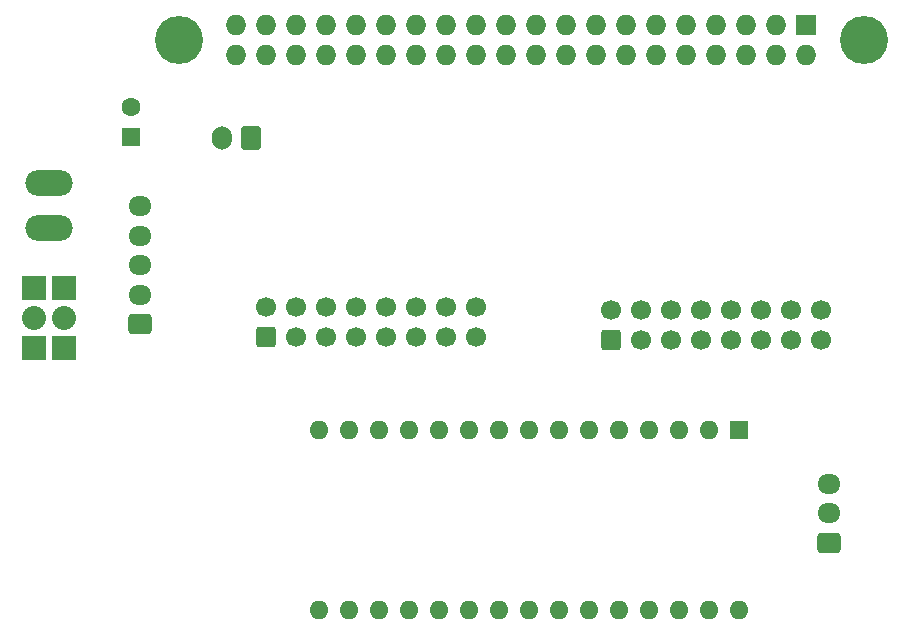
<source format=gbs>
G04 #@! TF.GenerationSoftware,KiCad,Pcbnew,6.0.5*
G04 #@! TF.CreationDate,2022-05-12T16:14:40+02:00*
G04 #@! TF.ProjectId,active3-rpi-hub75-adapter,61637469-7665-4332-9d72-70692d687562,rev?*
G04 #@! TF.SameCoordinates,Original*
G04 #@! TF.FileFunction,Soldermask,Bot*
G04 #@! TF.FilePolarity,Negative*
%FSLAX46Y46*%
G04 Gerber Fmt 4.6, Leading zero omitted, Abs format (unit mm)*
G04 Created by KiCad (PCBNEW 6.0.5) date 2022-05-12 16:14:40*
%MOMM*%
%LPD*%
G01*
G04 APERTURE LIST*
G04 Aperture macros list*
%AMRoundRect*
0 Rectangle with rounded corners*
0 $1 Rounding radius*
0 $2 $3 $4 $5 $6 $7 $8 $9 X,Y pos of 4 corners*
0 Add a 4 corners polygon primitive as box body*
4,1,4,$2,$3,$4,$5,$6,$7,$8,$9,$2,$3,0*
0 Add four circle primitives for the rounded corners*
1,1,$1+$1,$2,$3*
1,1,$1+$1,$4,$5*
1,1,$1+$1,$6,$7*
1,1,$1+$1,$8,$9*
0 Add four rect primitives between the rounded corners*
20,1,$1+$1,$2,$3,$4,$5,0*
20,1,$1+$1,$4,$5,$6,$7,0*
20,1,$1+$1,$6,$7,$8,$9,0*
20,1,$1+$1,$8,$9,$2,$3,0*%
G04 Aperture macros list end*
%ADD10R,1.727200X1.727200*%
%ADD11O,1.727200X1.727200*%
%ADD12RoundRect,0.250000X0.600000X-0.600000X0.600000X0.600000X-0.600000X0.600000X-0.600000X-0.600000X0*%
%ADD13C,1.700000*%
%ADD14C,4.064000*%
%ADD15R,1.600000X1.600000*%
%ADD16C,1.600000*%
%ADD17O,4.000000X2.200000*%
%ADD18R,2.032000X2.032000*%
%ADD19C,2.032000*%
%ADD20O,2.032000X2.032000*%
%ADD21RoundRect,0.250000X0.725000X-0.600000X0.725000X0.600000X-0.725000X0.600000X-0.725000X-0.600000X0*%
%ADD22O,1.950000X1.700000*%
%ADD23RoundRect,0.250000X0.600000X0.750000X-0.600000X0.750000X-0.600000X-0.750000X0.600000X-0.750000X0*%
%ADD24O,1.700000X2.000000*%
%ADD25O,1.600000X1.600000*%
G04 APERTURE END LIST*
D10*
X156210000Y-40640000D03*
D11*
X156210000Y-43180000D03*
X153670000Y-40640000D03*
X153670000Y-43180000D03*
X151130000Y-40640000D03*
X151130000Y-43180000D03*
X148590000Y-40640000D03*
X148590000Y-43180000D03*
X146050000Y-40640000D03*
X146050000Y-43180000D03*
X143510000Y-40640000D03*
X143510000Y-43180000D03*
X140970000Y-40640000D03*
X140970000Y-43180000D03*
X138430000Y-40640000D03*
X138430000Y-43180000D03*
X135890000Y-40640000D03*
X135890000Y-43180000D03*
X133350000Y-40640000D03*
X133350000Y-43180000D03*
X130810000Y-40640000D03*
X130810000Y-43180000D03*
X128270000Y-40640000D03*
X128270000Y-43180000D03*
X125730000Y-40640000D03*
X125730000Y-43180000D03*
X123190000Y-40640000D03*
X123190000Y-43180000D03*
X120650000Y-40640000D03*
X120650000Y-43180000D03*
X118110000Y-40640000D03*
X118110000Y-43180000D03*
X115570000Y-40640000D03*
X115570000Y-43180000D03*
X113030000Y-40640000D03*
X113030000Y-43180000D03*
X110490000Y-40640000D03*
X110490000Y-43180000D03*
X107950000Y-40640000D03*
X107950000Y-43180000D03*
D12*
X110490000Y-67056000D03*
D13*
X110490000Y-64516000D03*
X113030000Y-67056000D03*
X113030000Y-64516000D03*
X115570000Y-67056000D03*
X115570000Y-64516000D03*
X118110000Y-67056000D03*
X118110000Y-64516000D03*
X120650000Y-67056000D03*
X120650000Y-64516000D03*
X123190000Y-67056000D03*
X123190000Y-64516000D03*
X125730000Y-67056000D03*
X125730000Y-64516000D03*
X128270000Y-67056000D03*
X128270000Y-64516000D03*
D12*
X139700000Y-67310000D03*
D13*
X139700000Y-64770000D03*
X142240000Y-67310000D03*
X142240000Y-64770000D03*
X144780000Y-67310000D03*
X144780000Y-64770000D03*
X147320000Y-67310000D03*
X147320000Y-64770000D03*
X149860000Y-67310000D03*
X149860000Y-64770000D03*
X152400000Y-67310000D03*
X152400000Y-64770000D03*
X154940000Y-67310000D03*
X154940000Y-64770000D03*
X157480000Y-67310000D03*
X157480000Y-64770000D03*
D14*
X103080000Y-41910000D03*
X161080000Y-41910000D03*
D15*
X99060000Y-50077400D03*
D16*
X99060000Y-47577400D03*
D17*
X92080000Y-53975000D03*
X92080000Y-57785000D03*
D18*
X90805000Y-62865000D03*
X93345000Y-62865000D03*
D19*
X90805000Y-65405000D03*
D20*
X93345000Y-65405000D03*
D18*
X90805000Y-67945000D03*
X93345000Y-67945000D03*
D21*
X158115000Y-84455000D03*
D22*
X158115000Y-81955000D03*
X158115000Y-79455000D03*
D23*
X109220000Y-50165000D03*
D24*
X106720000Y-50165000D03*
D15*
X150495000Y-74940000D03*
D25*
X147955000Y-74940000D03*
X145415000Y-74940000D03*
X142875000Y-74940000D03*
X140335000Y-74940000D03*
X137795000Y-74940000D03*
X135255000Y-74940000D03*
X132715000Y-74940000D03*
X130175000Y-74940000D03*
X127635000Y-74940000D03*
X125095000Y-74940000D03*
X122555000Y-74940000D03*
X120015000Y-74940000D03*
X117475000Y-74940000D03*
X114935000Y-74940000D03*
X114935000Y-90180000D03*
X117475000Y-90180000D03*
X120015000Y-90180000D03*
X122555000Y-90180000D03*
X125095000Y-90180000D03*
X127635000Y-90180000D03*
X130175000Y-90180000D03*
X132715000Y-90180000D03*
X135255000Y-90180000D03*
X137795000Y-90180000D03*
X140335000Y-90180000D03*
X142875000Y-90180000D03*
X145415000Y-90180000D03*
X147955000Y-90180000D03*
X150495000Y-90180000D03*
D21*
X99805000Y-65960000D03*
D22*
X99805000Y-63460000D03*
X99805000Y-60960000D03*
X99805000Y-58460000D03*
X99805000Y-55960000D03*
M02*

</source>
